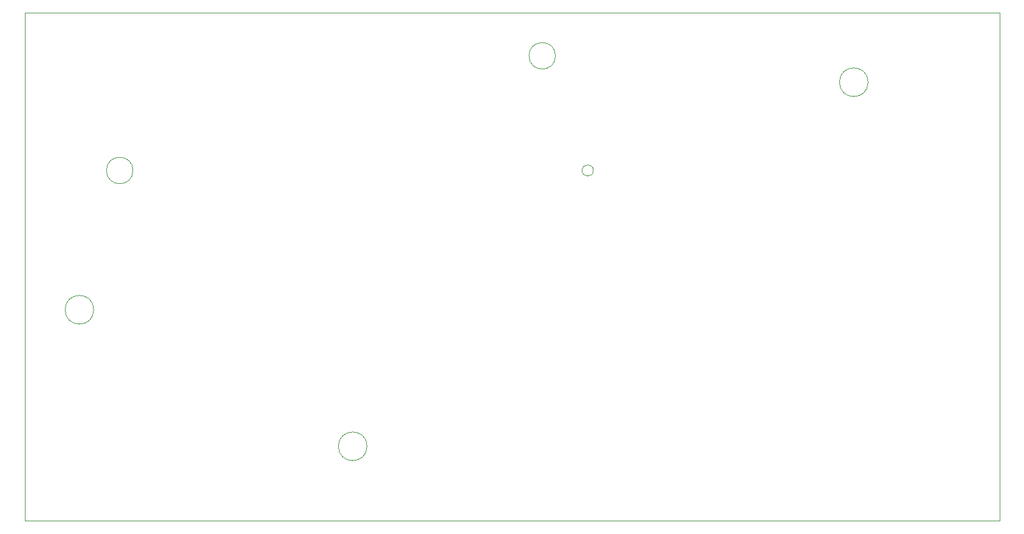
<source format=gm1>
%TF.GenerationSoftware,KiCad,Pcbnew,(7.0.0)*%
%TF.CreationDate,2023-04-04T02:03:31+02:00*%
%TF.ProjectId,main_v0.6,6d61696e-5f76-4302-9e36-2e6b69636164,rev?*%
%TF.SameCoordinates,Original*%
%TF.FileFunction,Profile,NP*%
%FSLAX46Y46*%
G04 Gerber Fmt 4.6, Leading zero omitted, Abs format (unit mm)*
G04 Created by KiCad (PCBNEW (7.0.0)) date 2023-04-04 02:03:31*
%MOMM*%
%LPD*%
G01*
G04 APERTURE LIST*
%TA.AperFunction,Profile*%
%ADD10C,0.100000*%
%TD*%
%TA.AperFunction,Profile*%
%ADD11C,0.020000*%
%TD*%
G04 APERTURE END LIST*
D10*
X78200000Y-76200000D02*
G75*
G03*
X78200000Y-76200000I-2000000J0D01*
G01*
X68580000Y-34798000D02*
X204470000Y-34798000D01*
X204470000Y-34798000D02*
X204470000Y-105664000D01*
X204470000Y-105664000D02*
X68580000Y-105664000D01*
X68580000Y-105664000D02*
X68580000Y-34798000D01*
X186150000Y-44450000D02*
G75*
G03*
X186150000Y-44450000I-2000000J0D01*
G01*
X116300000Y-95250000D02*
G75*
G03*
X116300000Y-95250000I-2000000J0D01*
G01*
D11*
%TO.C,BT1*%
X83666000Y-56768000D02*
G75*
G03*
X83666000Y-56768000I-1850000J0D01*
G01*
X142566000Y-40768000D02*
G75*
G03*
X142566000Y-40768000I-1850000J0D01*
G01*
X147851000Y-56768000D02*
G75*
G03*
X147851000Y-56768000I-785000J0D01*
G01*
%TD*%
M02*

</source>
